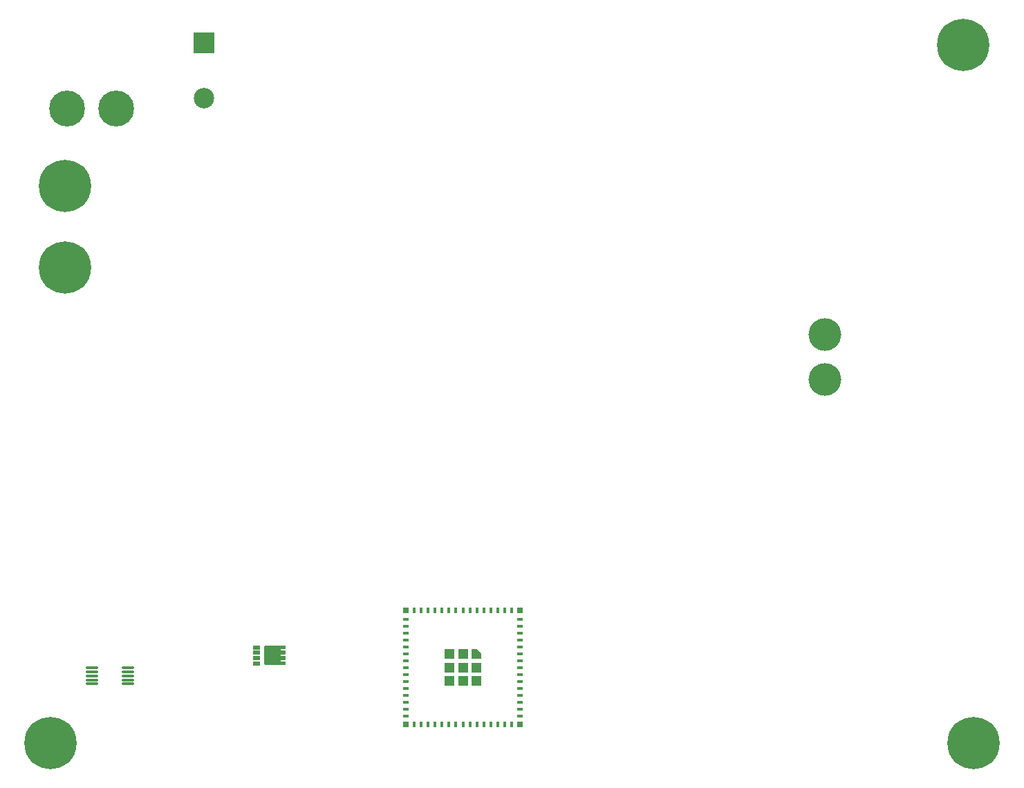
<source format=gbr>
%TF.GenerationSoftware,KiCad,Pcbnew,(6.0.4)*%
%TF.CreationDate,2022-11-13T14:24:48+02:00*%
%TF.ProjectId,pcb_heater_driver,7063625f-6865-4617-9465-725f64726976,rev?*%
%TF.SameCoordinates,Original*%
%TF.FileFunction,Soldermask,Top*%
%TF.FilePolarity,Negative*%
%FSLAX46Y46*%
G04 Gerber Fmt 4.6, Leading zero omitted, Abs format (unit mm)*
G04 Created by KiCad (PCBNEW (6.0.4)) date 2022-11-13 14:24:48*
%MOMM*%
%LPD*%
G01*
G04 APERTURE LIST*
G04 Aperture macros list*
%AMRoundRect*
0 Rectangle with rounded corners*
0 $1 Rounding radius*
0 $2 $3 $4 $5 $6 $7 $8 $9 X,Y pos of 4 corners*
0 Add a 4 corners polygon primitive as box body*
4,1,4,$2,$3,$4,$5,$6,$7,$8,$9,$2,$3,0*
0 Add four circle primitives for the rounded corners*
1,1,$1+$1,$2,$3*
1,1,$1+$1,$4,$5*
1,1,$1+$1,$6,$7*
1,1,$1+$1,$8,$9*
0 Add four rect primitives between the rounded corners*
20,1,$1+$1,$2,$3,$4,$5,0*
20,1,$1+$1,$4,$5,$6,$7,0*
20,1,$1+$1,$6,$7,$8,$9,0*
20,1,$1+$1,$8,$9,$2,$3,0*%
%AMFreePoly0*
4,1,6,0.600000,-0.600000,-0.600000,-0.600000,-0.600000,0.000000,0.000000,0.600000,0.600000,0.600000,0.600000,-0.600000,0.600000,-0.600000,$1*%
%AMFreePoly1*
4,1,43,1.580355,1.210355,1.595000,1.175000,1.595000,0.775000,1.580355,0.739645,1.545000,0.725000,0.975000,0.725000,0.975000,0.575000,1.545000,0.575000,1.580355,0.560355,1.595000,0.525000,1.595000,0.125000,1.580355,0.089645,1.545000,0.075000,0.975000,0.075000,0.975000,-0.075000,1.545000,-0.075000,1.580355,-0.089645,1.595000,-0.125000,1.595000,-0.525000,1.580355,-0.560355,
1.545000,-0.575000,0.975000,-0.575000,0.975000,-0.725000,1.545000,-0.725000,1.580355,-0.739645,1.595000,-0.775000,1.595000,-1.175000,1.580355,-1.210355,1.545000,-1.225000,0.925000,-1.225000,0.889645,-1.210355,0.875000,-1.175000,-0.925000,-1.175000,-0.960355,-1.160355,-0.975000,-1.125000,-0.975000,1.125000,-0.960355,1.160355,-0.925000,1.175000,0.875000,1.175000,0.889645,1.210355,
0.925000,1.225000,1.545000,1.225000,1.580355,1.210355,1.580355,1.210355,$1*%
G04 Aperture macros list end*
%ADD10C,3.600000*%
%ADD11C,6.400000*%
%ADD12C,4.400000*%
%ADD13C,2.600000*%
%ADD14R,0.800000X0.800000*%
%ADD15R,1.200000X1.200000*%
%ADD16FreePoly0,270.000000*%
%ADD17R,0.800000X0.400000*%
%ADD18R,0.400000X0.800000*%
%ADD19RoundRect,0.075000X-0.650000X-0.075000X0.650000X-0.075000X0.650000X0.075000X-0.650000X0.075000X0*%
%ADD20RoundRect,0.050000X-0.415000X-0.200000X0.415000X-0.200000X0.415000X0.200000X-0.415000X0.200000X0*%
%ADD21FreePoly1,0.000000*%
%ADD22R,2.500000X2.500000*%
%ADD23C,2.500000*%
%ADD24C,4.000000*%
G04 APERTURE END LIST*
D10*
%TO.C,H8*%
X157500000Y-27250000D03*
D11*
X157500000Y-27250000D03*
%TD*%
D10*
%TO.C,H7*%
X158750000Y-112750000D03*
D11*
X158750000Y-112750000D03*
%TD*%
D10*
%TO.C,H5*%
X45750000Y-112750000D03*
D11*
X45750000Y-112750000D03*
%TD*%
D10*
%TO.C,H4*%
X47500000Y-54500000D03*
D11*
X47500000Y-54500000D03*
%TD*%
D10*
%TO.C,H3*%
X47500000Y-44500000D03*
D11*
X47500000Y-44500000D03*
%TD*%
D12*
%TO.C,H2*%
X53750000Y-35000000D03*
D13*
X53750000Y-35000000D03*
%TD*%
D12*
%TO.C,H1*%
X47800000Y-35000000D03*
D13*
X47800000Y-35000000D03*
%TD*%
D14*
%TO.C,U1*%
X103250000Y-110500000D03*
X89250000Y-110500000D03*
X89250000Y-96500000D03*
X103250000Y-96500000D03*
D15*
X97900000Y-103500000D03*
X96250000Y-103500000D03*
X94600000Y-105150000D03*
X94600000Y-103500000D03*
D16*
X97900000Y-101850000D03*
D15*
X97900000Y-105150000D03*
X96250000Y-105150000D03*
X96250000Y-101850000D03*
X94600000Y-101850000D03*
D17*
X103250000Y-97550000D03*
X103250000Y-98400000D03*
X103250000Y-99250000D03*
X103250000Y-100100000D03*
X103250000Y-100950000D03*
X103250000Y-101800000D03*
X103250000Y-102650000D03*
X103250000Y-103500000D03*
X103250000Y-104350000D03*
X103250000Y-105200000D03*
X103250000Y-106050000D03*
X103250000Y-106900000D03*
X103250000Y-107750000D03*
X103250000Y-108600000D03*
X103250000Y-109450000D03*
D18*
X102200000Y-110500000D03*
X101350000Y-110500000D03*
X100500000Y-110500000D03*
X99650000Y-110500000D03*
X98800000Y-110500000D03*
X97950000Y-110500000D03*
X97100000Y-110500000D03*
X96250000Y-110500000D03*
X95400000Y-110500000D03*
X94550000Y-110500000D03*
X93700000Y-110500000D03*
X92850000Y-110500000D03*
X92000000Y-110500000D03*
X91150000Y-110500000D03*
X90300000Y-110500000D03*
D17*
X89250000Y-109450000D03*
X89250000Y-108600000D03*
X89250000Y-107750000D03*
X89250000Y-106900000D03*
X89250000Y-106050000D03*
X89250000Y-105200000D03*
X89250000Y-104350000D03*
X89250000Y-103500000D03*
X89250000Y-102650000D03*
X89250000Y-101800000D03*
X89250000Y-100950000D03*
X89250000Y-100100000D03*
X89250000Y-99250000D03*
X89250000Y-98400000D03*
X89250000Y-97550000D03*
D18*
X90300000Y-96500000D03*
X91150000Y-96500000D03*
X92000000Y-96500000D03*
X92850000Y-96500000D03*
X93700000Y-96500000D03*
X94550000Y-96500000D03*
X95400000Y-96500000D03*
X96250000Y-96500000D03*
X97100000Y-96500000D03*
X97950000Y-96500000D03*
X98800000Y-96500000D03*
X99650000Y-96500000D03*
X100500000Y-96500000D03*
X101350000Y-96500000D03*
X102200000Y-96500000D03*
%TD*%
D19*
%TO.C,U2*%
X50800001Y-103500000D03*
X50800001Y-104000000D03*
X50800001Y-104500000D03*
X50800001Y-105000000D03*
X50800001Y-105500000D03*
X55200001Y-105500000D03*
X55200001Y-105000000D03*
X55200001Y-104500000D03*
X55200001Y-104000000D03*
X55200001Y-103500000D03*
%TD*%
D20*
%TO.C,Q1*%
X70965001Y-101025000D03*
X70965001Y-101675000D03*
X70965001Y-102325000D03*
X70965001Y-102975000D03*
D21*
X72905001Y-102000000D03*
%TD*%
D22*
%TO.C,PS1*%
X64550000Y-26992500D03*
D23*
X64550000Y-33742500D03*
D24*
X140550000Y-68242500D03*
X140550000Y-62742500D03*
%TD*%
M02*

</source>
